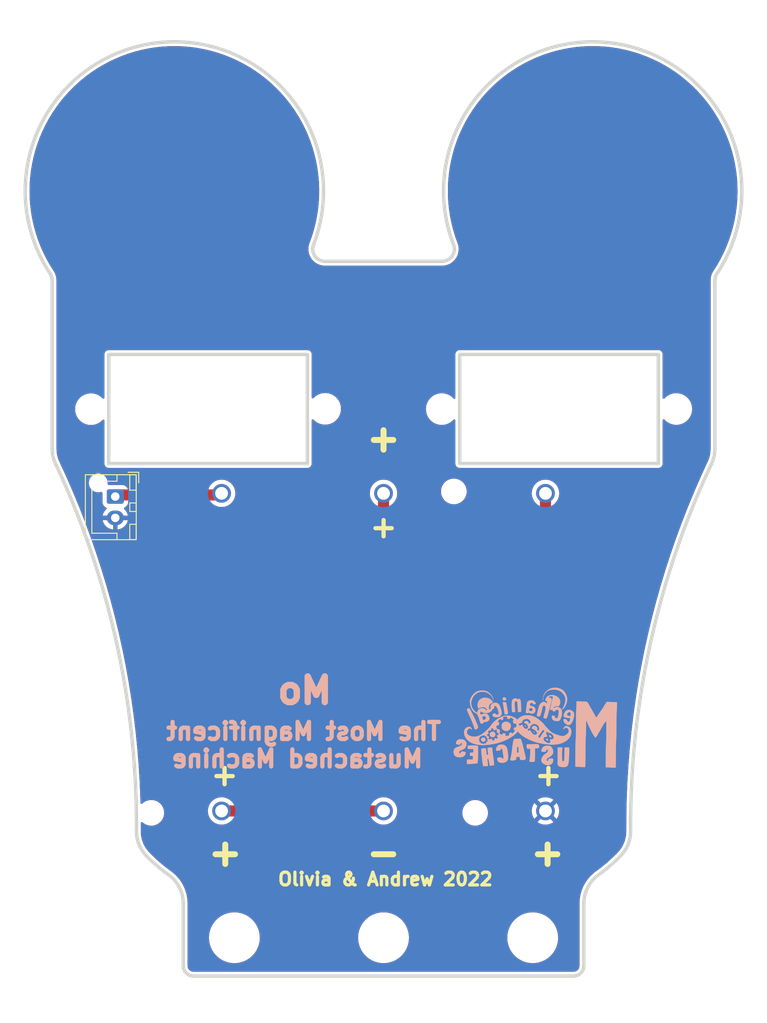
<source format=kicad_pcb>
(kicad_pcb (version 20211014) (generator pcbnew)
  (layers (0 "F.Cu" signal) (31 "B.Cu" signal) (34 "B.Paste" user) (35 "F.Paste" user) (36 "B.SilkS" user "B.Silkscreen") (37 "F.SilkS" user "F.Silkscreen") (38 "B.Mask" user) (39 "F.Mask" user) (44 "Edge.Cuts" user))
  (net 0 "")
  (net 1 "+BATT")
  (net 2 "Net-(BT1-Pad2)")
  (net 3 "Net-(BT2-Pad2)")
  (net 4 "GND")
  (footprint "Battery:16350_holder" (layer "F.Cu") (at 81 121.5 -90)
    (fp_text reference "BT1" hide)
    (fp_text value "Battery_Cell")
    (fp_text user "+" (at 14.54 -0.17 90) (layer "F.SilkS") (effects (font (size 2.5 2.5) (thickness 0.5))))
    (pad "" np_thru_hole circle (at 18.85 8.25 270) (size 2 2) (drill 2) (layers F&B.Cu *.Mask))
    (pad "1" thru_hole circle (at -18.63 0 270) (size 2.2 2.2) (drill 1.5) (layers *.Cu *.Mask) (net 1 "+BATT"))
    (pad "2" thru_hole circle (at 18.63 0 270) (size 2.2 2.2) (drill 1.5) (layers *.Cu *.Mask) (net 2 "Net-(BT1-Pad2)"))
  )
  (footprint "MountingHole:MountingHole_4.95mm_3_16in" (layer "F.Cu") (at 82.5 155)
    (fp_text reference "H1")
    (fp_text value "MountingHole")
    (pad "" np_thru_hole circle (at 0 0) (size 4.95 4.95) (drill 4.95) (layers F&B.Cu *.Mask))
  )
  (footprint "MountingHole:MountingHole_2.7mm_M2.5_ISO7380" (layer "F.Cu") (at 134.35 92.98)
    (fp_text reference "H6" hide)
    (fp_text value "MountingHole")
    (pad "" np_thru_hole circle locked (at 0 0) (size 2.7 2.7) (drill 2.7) (layers *.Cu *.Mask))
  )
  (footprint "MountingHole:MountingHole_2.7mm_M2.5_ISO7380" (layer "F.Cu") (at 106.83 92.99)
    (fp_text reference "H5" hide)
    (fp_text value "MountingHole")
    (pad "" np_thru_hole circle locked (at 0 0) (size 2.7 2.7) (drill 2.7) (layers *.Cu *.Mask))
  )
  (footprint "MountingHole:MountingHole_4.95mm_3_16in" (layer "F.Cu") (at 117.5 155)
    (fp_text reference "H3")
    (fp_text value "MountingHole")
    (pad "" np_thru_hole circle (at 0 0) (size 4.95 4.95) (drill 4.95) (layers F&B.Cu *.Mask))
  )
  (footprint "MountingHole:MountingHole_2.7mm_M2.5_ISO7380" (layer "F.Cu") (at 93.15 92.96)
    (fp_text reference "H7" hide)
    (fp_text value "MountingHole")
    (pad "" np_thru_hole circle locked (at 0 0) (size 2.7 2.7) (drill 2.7) (layers *.Cu *.Mask))
  )
  (footprint "Battery:16350_holder" (layer "F.Cu") (at 119 121.5 -90)
    (fp_text reference "BT3" hide)
    (fp_text value "Battery_Cell")
    (fp_text user "+" (at 14.54 -0.17 90) (layer "F.SilkS") (effects (font (size 2.5 2.5) (thickness 0.5))))
    (pad "" np_thru_hole circle (at 18.85 8.25 270) (size 2 2) (drill 2) (layers F&B.Cu *.Mask))
    (pad "1" thru_hole circle (at -18.63 0 270) (size 2.2 2.2) (drill 1.5) (layers *.Cu *.Mask) (net 3 "Net-(BT2-Pad2)"))
    (pad "2" thru_hole circle (at 18.63 0 270) (size 2.2 2.2) (drill 1.5) (layers *.Cu *.Mask) (net 4 "GND"))
  )
  (footprint "MountingHole:MountingHole_2.7mm_M2.5_ISO7380" (layer "F.Cu") (at 65.67 93)
    (fp_text reference "H4" hide)
    (fp_text value "MountingHole")
    (pad "" np_thru_hole circle locked (at 0 0) (size 2.7 2.7) (drill 2.7) (layers *.Cu *.Mask))
  )
  (footprint "Connector_JST:JST_XH_B2B-XH-AM_1x02_P2.50mm_Vertical" (layer "F.Cu") (at 68.525 103.25 -90)
    (fp_text reference "J1" hide)
    (fp_text value "Conn_01x02")
    (pad "" np_thru_hole circle locked (at -1.6 2 270) (size 1.2 1.2) (drill 1.2) (layers *.Cu *.Mask))
    (pad "1" thru_hole roundrect locked (at 0 0 270) (size 1.7 2) (drill 1) (layers *.Cu *.Mask) (roundrect_rratio 0.147059) (net 1 "+BATT"))
    (pad "2" thru_hole oval locked (at 2.5 0 270) (size 1.7 2) (drill 1) (layers *.Cu *.Mask) (net 4 "GND"))
  )
  (footprint "Battery:16350_holder" (layer "F.Cu") (at 100 121.5 90)
    (fp_text reference "BT2" hide)
    (fp_text value "Battery_Cell")
    (fp_text user "+" (at 14.54 -0.17 90) (layer "F.SilkS") (effects (font (size 2.5 2.5) (thickness 0.5))))
    (pad "" np_thru_hole circle (at 18.85 8.25 90) (size 2 2) (drill 2) (layers F&B.Cu *.Mask))
    (pad "1" thru_hole circle (at -18.63 0 90) (size 2.2 2.2) (drill 1.5) (layers *.Cu *.Mask) (net 2 "Net-(BT1-Pad2)"))
    (pad "2" thru_hole circle (at 18.63 0 90) (size 2.2 2.2) (drill 1.5) (layers *.Cu *.Mask) (net 3 "Net-(BT2-Pad2)"))
  )
  (footprint "MountingHole:MountingHole_4.95mm_3_16in" (layer "F.Cu") (at 100 155)
    (fp_text reference "H2")
    (fp_text value "MountingHole")
    (pad "" np_thru_hole circle (at 0 0) (size 4.95 4.95) (drill 4.95) (layers F&B.Cu *.Mask))
  )
  (footprint "Symbol:Mustache20mm" (layer "B.Cu") (at 117.89 131.03 180)
    (fp_text reference "G***" hide)
    (fp_text value "LOGO" hide)
  )
  (gr_arc (start 74.779893 147.625843) (mid 73.433869 146.565791) (end 72.184966 145.392875) (layer "Edge.Cuts") (width 0.4))
  (gr_arc (start 77.707107 159.5) (mid 76.853553 159.146447) (end 76.5 158.292893) (layer "Edge.Cuts") (width 0.4))
  (gr_line (start 61.118444 97.632326) (end 61.118444 77.878629) (layer "Edge.Cuts") (width 0.4))
  (gr_line (start 132.239079 86.578219) (end 108.939079 86.578219) (layer "Edge.Cuts") (width 0.4))
  (gr_arc (start 61.512464 99.393886) (mid 68.674585 120.404445) (end 71.009174 142.479074) (layer "Edge.Cuts") (width 0.4))
  (gr_line (start 122.292893 159.5) (end 77.707107 159.5) (layer "Edge.Cuts") (width 0.4))
  (gr_arc (start 127.815034 145.392875) (mid 126.566131 146.565791) (end 125.220107 147.625843) (layer "Edge.Cuts") (width 0.4))
  (gr_arc (start 108.21374 73.69886) (mid 108.057627 75.030359) (end 106.871424 75.655003) (layer "Edge.Cuts") (width 0.4))
  (gr_arc (start 123.5 158.292893) (mid 123.146447 159.146447) (end 122.292893 159.5) (layer "Edge.Cuts") (width 0.4))
  (gr_arc (start 138.881556 97.632326) (mid 138.781849 98.53487) (end 138.487536 99.393886) (layer "Edge.Cuts") (width 0.4))
  (gr_line (start 132.239079 99.378219) (end 108.939079 99.378219) (layer "Edge.Cuts") (width 0.4))
  (gr_line (start 67.760921 86.578219) (end 91.060921 86.578219) (layer "Edge.Cuts") (width 0.4))
  (gr_arc (start 61.512464 99.393886) (mid 61.218151 98.53487) (end 61.118444 97.632326) (layer "Edge.Cuts") (width 0.4))
  (gr_line (start 106.871424 75.655003) (end 93.128576 75.655003) (layer "Edge.Cuts") (width 0.4))
  (gr_arc (start 138.881556 77.878629) (mid 138.942886 77.463056) (end 139.121647 77.082916) (layer "Edge.Cuts") (width 0.4))
  (gr_arc (start 74.779893 147.625843) (mid 76.044931 149.096512) (end 76.5 150.982274) (layer "Edge.Cuts") (width 0.4))
  (gr_arc (start 60.878353 77.082916) (mid 73.553122 50.007507) (end 91.78626 73.69886) (layer "Edge.Cuts") (width 0.4))
  (gr_arc (start 128.990826 142.479074) (mid 128.690497 144.052015) (end 127.815034 145.392875) (layer "Edge.Cuts") (width 0.4))
  (gr_line (start 91.060921 99.378219) (end 91.060921 86.578219) (layer "Edge.Cuts") (width 0.4))
  (gr_line (start 67.760921 99.378219) (end 91.060921 99.378219) (layer "Edge.Cuts") (width 0.4))
  (gr_arc (start 128.990826 142.479074) (mid 131.325415 120.404445) (end 138.487536 99.393886) (layer "Edge.Cuts") (width 0.4))
  (gr_line (start 132.239079 99.378219) (end 132.239079 86.578219) (layer "Edge.Cuts") (width 0.4))
  (gr_line (start 108.939079 99.378219) (end 108.939079 86.578219) (layer "Edge.Cuts") (width 0.4))
  (gr_line (start 67.760921 99.378219) (end 67.760921 86.578219) (layer "Edge.Cuts") (width 0.4))
  (gr_arc (start 93.128576 75.655003) (mid 91.942374 75.030358) (end 91.78626 73.69886) (layer "Edge.Cuts") (width 0.4))
  (gr_line (start 76.5 158.292893) (end 76.5 150.982274) (layer "Edge.Cuts") (width 0.4))
  (gr_arc (start 72.184966 145.392875) (mid 71.309503 144.052015) (end 71.009174 142.479074) (layer "Edge.Cuts") (width 0.4))
  (gr_arc (start 108.21374 73.69886) (mid 126.446878 50.007508) (end 139.121647 77.082916) (layer "Edge.Cuts") (width 0.4))
  (gr_arc (start 60.878353 77.082916) (mid 61.057114 77.463056) (end 61.118444 77.878629) (layer "Edge.Cuts") (width 0.4))
  (gr_arc (start 123.5 150.982274) (mid 123.955069 149.096512) (end 125.220107 147.625843) (layer "Edge.Cuts") (width 0.4))
  (gr_line (start 123.5 158.292893) (end 123.5 150.982274) (layer "Edge.Cuts") (width 0.4))
  (gr_line (start 138.881556 97.632326) (end 138.881556 77.878629) (layer "Edge.Cuts") (width 0.4))
  (gr_text "The Most Magnificent \nMustached Machine" (at 89.87 132.4) (layer "B.SilkS") (effects (font (size 2 2) (thickness 0.5)) (justify mirror)))
  (gr_text "Mo" (at 90.75 126.01) (layer "B.SilkS") (effects (font (size 3 3) (thickness 0.75)) (justify mirror)))
  (gr_text "+" (at 100 96.4) (layer "F.SilkS") (effects (font (size 3 3) (thickness 0.7))))
  (gr_text "-" (at 100 145) (layer "F.SilkS") (effects (font (size 3 3) (thickness 0.7))))
  (gr_text "+" (at 81.43 145) (layer "F.SilkS") (effects (font (size 3 3) (thickness 0.7))))
  (gr_text "+" (at 119.25 145) (layer "F.SilkS") (effects (font (size 3 3) (thickness 0.7))))
  (gr_text "Olivia & Andrew 2022" (at 100.21 148.13) (layer "F.SilkS") (effects (font (size 1.5 1.5) (thickness 0.375))))
  (segment (start 80.81 103.06) (end 81 102.87) (width 1.3) (layer "F.Cu") (net 1))
  (segment (start 68.525 103.25) (end 68.715 103.06) (width 1.3) (layer "F.Cu") (net 1))
  (segment (start 68.715 103.06) (end 80.81 103.06) (width 1.3) (layer "F.Cu") (net 1))
  (segment (start 81 140.13) (end 100 140.13) (width 1.3) (layer "F.Cu") (net 2))
  (segment (start 116.57 108.07) (end 119 105.64) (width 1.3) (layer "F.Cu") (net 3))
  (segment (start 119 105.64) (end 119 102.87) (width 1.3) (layer "F.Cu") (net 3))
  (segment (start 100 102.87) (end 100 105.67) (width 1.3) (layer "F.Cu") (net 3))
  (segment (start 102.4 108.07) (end 116.57 108.07) (width 1.3) (layer "F.Cu") (net 3))
  (segment (start 100 105.67) (end 102.4 108.07) (width 1.3) (layer "F.Cu") (net 3))
  (zone (net 4) (net_name "GND") (layers F&B.Cu) (connect_pads (clearance 0.508)) (min_thickness 0.254) (fill yes (thermal_gap 0.508) (thermal_bridge_width 0.508))
    (polygon (pts (xy 145 165) (xy 55 165) (xy 55 45) (xy 145 45)))
  )
  (zone (net 4) (net_name "GND") (layer "F.Cu") (connect_pads (clearance 0.508)) (min_thickness 0.254) (fill yes (thermal_gap 0.508) (thermal_bridge_width 0.508))
    (polygon (pts (xy 145 165) (xy 55 165) (xy 55 45) (xy 145 45)))
  )
)
</source>
